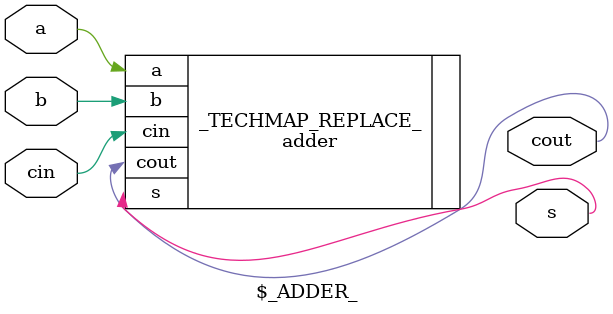
<source format=v>
module \$_ADDER_ (a, b,cin,s,cout);
    input a, b,cin;
    output s,cout;

    adder _TECHMAP_REPLACE_ (.a(a), .b(b), .cin(cin), .s(s), .cout(cout));

endmodule

</source>
